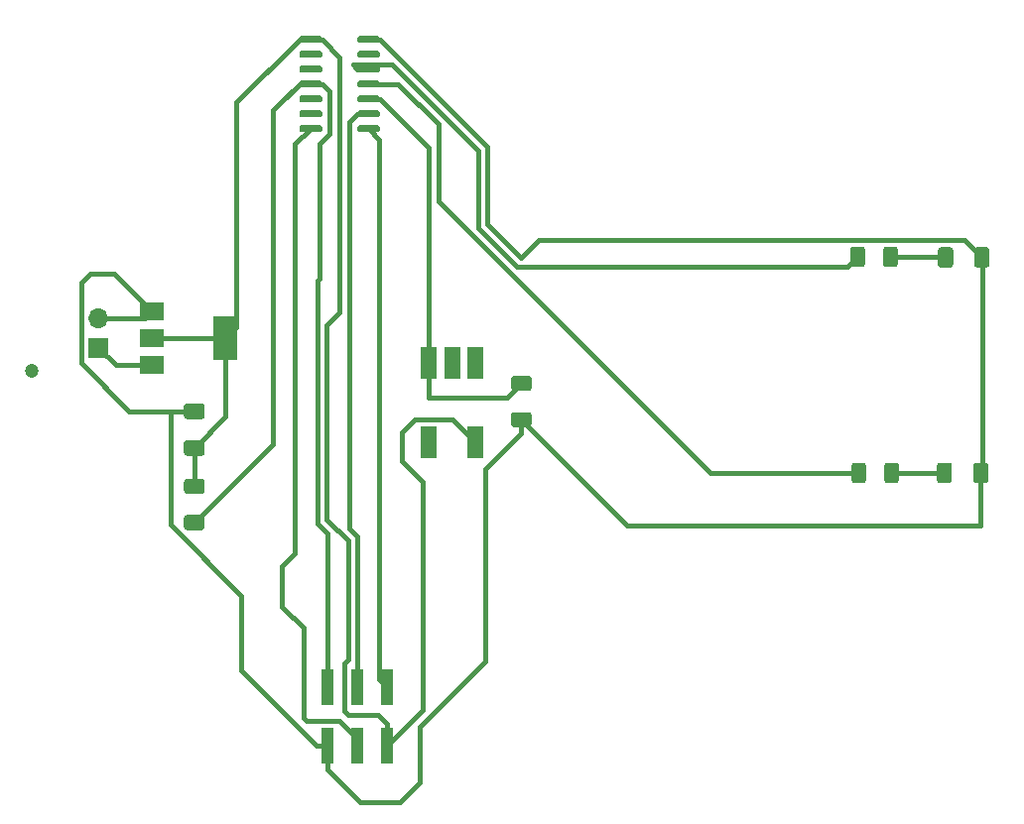
<source format=gbr>
%TF.GenerationSoftware,KiCad,Pcbnew,(5.1.9-0-10_14)*%
%TF.CreationDate,2021-11-15T11:24:55-08:00*%
%TF.ProjectId,trustno1-board,74727573-746e-46f3-912d-626f6172642e,rev?*%
%TF.SameCoordinates,Original*%
%TF.FileFunction,Copper,L1,Top*%
%TF.FilePolarity,Positive*%
%FSLAX46Y46*%
G04 Gerber Fmt 4.6, Leading zero omitted, Abs format (unit mm)*
G04 Created by KiCad (PCBNEW (5.1.9-0-10_14)) date 2021-11-15 11:24:55*
%MOMM*%
%LPD*%
G01*
G04 APERTURE LIST*
%TA.AperFunction,ComponentPad*%
%ADD10R,1.700000X1.700000*%
%TD*%
%TA.AperFunction,ComponentPad*%
%ADD11O,1.700000X1.700000*%
%TD*%
%TA.AperFunction,SMDPad,CuDef*%
%ADD12R,1.400000X2.750000*%
%TD*%
%TA.AperFunction,SMDPad,CuDef*%
%ADD13R,1.000000X3.150000*%
%TD*%
%TA.AperFunction,SMDPad,CuDef*%
%ADD14R,2.000000X3.800000*%
%TD*%
%TA.AperFunction,SMDPad,CuDef*%
%ADD15R,2.000000X1.500000*%
%TD*%
%TA.AperFunction,ViaPad*%
%ADD16C,1.200000*%
%TD*%
%TA.AperFunction,Conductor*%
%ADD17C,0.400000*%
%TD*%
G04 APERTURE END LIST*
%TO.P,D1,2*%
%TO.N,Net-(D1-Pad2)*%
%TA.AperFunction,SMDPad,CuDef*%
G36*
G01*
X177225000Y-47625000D02*
X177225000Y-48875000D01*
G75*
G02*
X176975000Y-49125000I-250000J0D01*
G01*
X176225000Y-49125000D01*
G75*
G02*
X175975000Y-48875000I0J250000D01*
G01*
X175975000Y-47625000D01*
G75*
G02*
X176225000Y-47375000I250000J0D01*
G01*
X176975000Y-47375000D01*
G75*
G02*
X177225000Y-47625000I0J-250000D01*
G01*
G37*
%TD.AperFunction*%
%TO.P,D1,1*%
%TO.N,Net-(D1-Pad1)*%
%TA.AperFunction,SMDPad,CuDef*%
G36*
G01*
X180025000Y-47625000D02*
X180025000Y-48875000D01*
G75*
G02*
X179775000Y-49125000I-250000J0D01*
G01*
X179025000Y-49125000D01*
G75*
G02*
X178775000Y-48875000I0J250000D01*
G01*
X178775000Y-47625000D01*
G75*
G02*
X179025000Y-47375000I250000J0D01*
G01*
X179775000Y-47375000D01*
G75*
G02*
X180025000Y-47625000I0J-250000D01*
G01*
G37*
%TD.AperFunction*%
%TD*%
%TO.P,D2,1*%
%TO.N,Net-(D2-Pad1)*%
%TA.AperFunction,SMDPad,CuDef*%
G36*
G01*
X180125000Y-66075000D02*
X180125000Y-67325000D01*
G75*
G02*
X179875000Y-67575000I-250000J0D01*
G01*
X179125000Y-67575000D01*
G75*
G02*
X178875000Y-67325000I0J250000D01*
G01*
X178875000Y-66075000D01*
G75*
G02*
X179125000Y-65825000I250000J0D01*
G01*
X179875000Y-65825000D01*
G75*
G02*
X180125000Y-66075000I0J-250000D01*
G01*
G37*
%TD.AperFunction*%
%TO.P,D2,2*%
%TO.N,Net-(D2-Pad2)*%
%TA.AperFunction,SMDPad,CuDef*%
G36*
G01*
X177325000Y-66075000D02*
X177325000Y-67325000D01*
G75*
G02*
X177075000Y-67575000I-250000J0D01*
G01*
X176325000Y-67575000D01*
G75*
G02*
X176075000Y-67325000I0J250000D01*
G01*
X176075000Y-66075000D01*
G75*
G02*
X176325000Y-65825000I250000J0D01*
G01*
X177075000Y-65825000D01*
G75*
G02*
X177325000Y-66075000I0J-250000D01*
G01*
G37*
%TD.AperFunction*%
%TD*%
D10*
%TO.P,J1,1*%
%TO.N,+9V*%
X111800000Y-56000000D03*
D11*
%TO.P,J1,2*%
%TO.N,GND*%
X111800000Y-53460000D03*
%TD*%
%TO.P,R2,1*%
%TO.N,GND*%
%TA.AperFunction,SMDPad,CuDef*%
G36*
G01*
X187850000Y-47674999D02*
X187850000Y-48925001D01*
G75*
G02*
X187600001Y-49175000I-249999J0D01*
G01*
X186799999Y-49175000D01*
G75*
G02*
X186550000Y-48925001I0J249999D01*
G01*
X186550000Y-47674999D01*
G75*
G02*
X186799999Y-47425000I249999J0D01*
G01*
X187600001Y-47425000D01*
G75*
G02*
X187850000Y-47674999I0J-249999D01*
G01*
G37*
%TD.AperFunction*%
%TO.P,R2,2*%
%TO.N,Net-(D1-Pad1)*%
%TA.AperFunction,SMDPad,CuDef*%
G36*
G01*
X184750000Y-47674999D02*
X184750000Y-48925001D01*
G75*
G02*
X184500001Y-49175000I-249999J0D01*
G01*
X183699999Y-49175000D01*
G75*
G02*
X183450000Y-48925001I0J249999D01*
G01*
X183450000Y-47674999D01*
G75*
G02*
X183699999Y-47425000I249999J0D01*
G01*
X184500001Y-47425000D01*
G75*
G02*
X184750000Y-47674999I0J-249999D01*
G01*
G37*
%TD.AperFunction*%
%TD*%
%TO.P,R3,2*%
%TO.N,Net-(D2-Pad1)*%
%TA.AperFunction,SMDPad,CuDef*%
G36*
G01*
X184650000Y-66074999D02*
X184650000Y-67325001D01*
G75*
G02*
X184400001Y-67575000I-249999J0D01*
G01*
X183599999Y-67575000D01*
G75*
G02*
X183350000Y-67325001I0J249999D01*
G01*
X183350000Y-66074999D01*
G75*
G02*
X183599999Y-65825000I249999J0D01*
G01*
X184400001Y-65825000D01*
G75*
G02*
X184650000Y-66074999I0J-249999D01*
G01*
G37*
%TD.AperFunction*%
%TO.P,R3,1*%
%TO.N,GND*%
%TA.AperFunction,SMDPad,CuDef*%
G36*
G01*
X187750000Y-66074999D02*
X187750000Y-67325001D01*
G75*
G02*
X187500001Y-67575000I-249999J0D01*
G01*
X186699999Y-67575000D01*
G75*
G02*
X186450000Y-67325001I0J249999D01*
G01*
X186450000Y-66074999D01*
G75*
G02*
X186699999Y-65825000I249999J0D01*
G01*
X187500001Y-65825000D01*
G75*
G02*
X187750000Y-66074999I0J-249999D01*
G01*
G37*
%TD.AperFunction*%
%TD*%
%TO.P,R4,2*%
%TO.N,Net-(R4-Pad2)*%
%TA.AperFunction,SMDPad,CuDef*%
G36*
G01*
X148525001Y-59700000D02*
X147274999Y-59700000D01*
G75*
G02*
X147025000Y-59450001I0J249999D01*
G01*
X147025000Y-58649999D01*
G75*
G02*
X147274999Y-58400000I249999J0D01*
G01*
X148525001Y-58400000D01*
G75*
G02*
X148775000Y-58649999I0J-249999D01*
G01*
X148775000Y-59450001D01*
G75*
G02*
X148525001Y-59700000I-249999J0D01*
G01*
G37*
%TD.AperFunction*%
%TO.P,R4,1*%
%TO.N,GND*%
%TA.AperFunction,SMDPad,CuDef*%
G36*
G01*
X148525001Y-62800000D02*
X147274999Y-62800000D01*
G75*
G02*
X147025000Y-62550001I0J249999D01*
G01*
X147025000Y-61749999D01*
G75*
G02*
X147274999Y-61500000I249999J0D01*
G01*
X148525001Y-61500000D01*
G75*
G02*
X148775000Y-61749999I0J-249999D01*
G01*
X148775000Y-62550001D01*
G75*
G02*
X148525001Y-62800000I-249999J0D01*
G01*
G37*
%TD.AperFunction*%
%TD*%
D12*
%TO.P,SW1,1*%
%TO.N,Net-(SW1-Pad1)*%
X144000000Y-57325000D03*
%TO.P,SW1,5*%
%TO.N,N/C*%
X142000000Y-57325000D03*
%TO.P,SW1,3*%
%TO.N,Net-(R4-Pad2)*%
X140000000Y-57325000D03*
%TO.P,SW1,2*%
%TO.N,VCC*%
X144000000Y-64075000D03*
%TO.P,SW1,4*%
%TO.N,Net-(SW1-Pad4)*%
X140000000Y-64075000D03*
%TD*%
%TO.P,U2,1*%
%TO.N,VCC*%
%TA.AperFunction,SMDPad,CuDef*%
G36*
G01*
X128950000Y-29840000D02*
X128950000Y-29540000D01*
G75*
G02*
X129100000Y-29390000I150000J0D01*
G01*
X130750000Y-29390000D01*
G75*
G02*
X130900000Y-29540000I0J-150000D01*
G01*
X130900000Y-29840000D01*
G75*
G02*
X130750000Y-29990000I-150000J0D01*
G01*
X129100000Y-29990000D01*
G75*
G02*
X128950000Y-29840000I0J150000D01*
G01*
G37*
%TD.AperFunction*%
%TO.P,U2,2*%
%TO.N,Net-(U2-Pad2)*%
%TA.AperFunction,SMDPad,CuDef*%
G36*
G01*
X128950000Y-31110000D02*
X128950000Y-30810000D01*
G75*
G02*
X129100000Y-30660000I150000J0D01*
G01*
X130750000Y-30660000D01*
G75*
G02*
X130900000Y-30810000I0J-150000D01*
G01*
X130900000Y-31110000D01*
G75*
G02*
X130750000Y-31260000I-150000J0D01*
G01*
X129100000Y-31260000D01*
G75*
G02*
X128950000Y-31110000I0J150000D01*
G01*
G37*
%TD.AperFunction*%
%TO.P,U2,3*%
%TO.N,Net-(U2-Pad3)*%
%TA.AperFunction,SMDPad,CuDef*%
G36*
G01*
X128950000Y-32380000D02*
X128950000Y-32080000D01*
G75*
G02*
X129100000Y-31930000I150000J0D01*
G01*
X130750000Y-31930000D01*
G75*
G02*
X130900000Y-32080000I0J-150000D01*
G01*
X130900000Y-32380000D01*
G75*
G02*
X130750000Y-32530000I-150000J0D01*
G01*
X129100000Y-32530000D01*
G75*
G02*
X128950000Y-32380000I0J150000D01*
G01*
G37*
%TD.AperFunction*%
%TO.P,U2,4*%
%TO.N,/RESET*%
%TA.AperFunction,SMDPad,CuDef*%
G36*
G01*
X128950000Y-33650000D02*
X128950000Y-33350000D01*
G75*
G02*
X129100000Y-33200000I150000J0D01*
G01*
X130750000Y-33200000D01*
G75*
G02*
X130900000Y-33350000I0J-150000D01*
G01*
X130900000Y-33650000D01*
G75*
G02*
X130750000Y-33800000I-150000J0D01*
G01*
X129100000Y-33800000D01*
G75*
G02*
X128950000Y-33650000I0J150000D01*
G01*
G37*
%TD.AperFunction*%
%TO.P,U2,5*%
%TO.N,Net-(U2-Pad5)*%
%TA.AperFunction,SMDPad,CuDef*%
G36*
G01*
X128950000Y-34920000D02*
X128950000Y-34620000D01*
G75*
G02*
X129100000Y-34470000I150000J0D01*
G01*
X130750000Y-34470000D01*
G75*
G02*
X130900000Y-34620000I0J-150000D01*
G01*
X130900000Y-34920000D01*
G75*
G02*
X130750000Y-35070000I-150000J0D01*
G01*
X129100000Y-35070000D01*
G75*
G02*
X128950000Y-34920000I0J150000D01*
G01*
G37*
%TD.AperFunction*%
%TO.P,U2,6*%
%TO.N,Net-(U2-Pad6)*%
%TA.AperFunction,SMDPad,CuDef*%
G36*
G01*
X128950000Y-36190000D02*
X128950000Y-35890000D01*
G75*
G02*
X129100000Y-35740000I150000J0D01*
G01*
X130750000Y-35740000D01*
G75*
G02*
X130900000Y-35890000I0J-150000D01*
G01*
X130900000Y-36190000D01*
G75*
G02*
X130750000Y-36340000I-150000J0D01*
G01*
X129100000Y-36340000D01*
G75*
G02*
X128950000Y-36190000I0J150000D01*
G01*
G37*
%TD.AperFunction*%
%TO.P,U2,7*%
%TO.N,/MOSI*%
%TA.AperFunction,SMDPad,CuDef*%
G36*
G01*
X128950000Y-37460000D02*
X128950000Y-37160000D01*
G75*
G02*
X129100000Y-37010000I150000J0D01*
G01*
X130750000Y-37010000D01*
G75*
G02*
X130900000Y-37160000I0J-150000D01*
G01*
X130900000Y-37460000D01*
G75*
G02*
X130750000Y-37610000I-150000J0D01*
G01*
X129100000Y-37610000D01*
G75*
G02*
X128950000Y-37460000I0J150000D01*
G01*
G37*
%TD.AperFunction*%
%TO.P,U2,8*%
%TO.N,/MISO*%
%TA.AperFunction,SMDPad,CuDef*%
G36*
G01*
X133900000Y-37460000D02*
X133900000Y-37160000D01*
G75*
G02*
X134050000Y-37010000I150000J0D01*
G01*
X135700000Y-37010000D01*
G75*
G02*
X135850000Y-37160000I0J-150000D01*
G01*
X135850000Y-37460000D01*
G75*
G02*
X135700000Y-37610000I-150000J0D01*
G01*
X134050000Y-37610000D01*
G75*
G02*
X133900000Y-37460000I0J150000D01*
G01*
G37*
%TD.AperFunction*%
%TO.P,U2,9*%
%TO.N,/SCK*%
%TA.AperFunction,SMDPad,CuDef*%
G36*
G01*
X133900000Y-36190000D02*
X133900000Y-35890000D01*
G75*
G02*
X134050000Y-35740000I150000J0D01*
G01*
X135700000Y-35740000D01*
G75*
G02*
X135850000Y-35890000I0J-150000D01*
G01*
X135850000Y-36190000D01*
G75*
G02*
X135700000Y-36340000I-150000J0D01*
G01*
X134050000Y-36340000D01*
G75*
G02*
X133900000Y-36190000I0J150000D01*
G01*
G37*
%TD.AperFunction*%
%TO.P,U2,10*%
%TO.N,Net-(R4-Pad2)*%
%TA.AperFunction,SMDPad,CuDef*%
G36*
G01*
X133900000Y-34920000D02*
X133900000Y-34620000D01*
G75*
G02*
X134050000Y-34470000I150000J0D01*
G01*
X135700000Y-34470000D01*
G75*
G02*
X135850000Y-34620000I0J-150000D01*
G01*
X135850000Y-34920000D01*
G75*
G02*
X135700000Y-35070000I-150000J0D01*
G01*
X134050000Y-35070000D01*
G75*
G02*
X133900000Y-34920000I0J150000D01*
G01*
G37*
%TD.AperFunction*%
%TO.P,U2,11*%
%TO.N,Net-(D2-Pad2)*%
%TA.AperFunction,SMDPad,CuDef*%
G36*
G01*
X133900000Y-33650000D02*
X133900000Y-33350000D01*
G75*
G02*
X134050000Y-33200000I150000J0D01*
G01*
X135700000Y-33200000D01*
G75*
G02*
X135850000Y-33350000I0J-150000D01*
G01*
X135850000Y-33650000D01*
G75*
G02*
X135700000Y-33800000I-150000J0D01*
G01*
X134050000Y-33800000D01*
G75*
G02*
X133900000Y-33650000I0J150000D01*
G01*
G37*
%TD.AperFunction*%
%TO.P,U2,12*%
%TO.N,Net-(D1-Pad2)*%
%TA.AperFunction,SMDPad,CuDef*%
G36*
G01*
X133900000Y-32380000D02*
X133900000Y-32080000D01*
G75*
G02*
X134050000Y-31930000I150000J0D01*
G01*
X135700000Y-31930000D01*
G75*
G02*
X135850000Y-32080000I0J-150000D01*
G01*
X135850000Y-32380000D01*
G75*
G02*
X135700000Y-32530000I-150000J0D01*
G01*
X134050000Y-32530000D01*
G75*
G02*
X133900000Y-32380000I0J150000D01*
G01*
G37*
%TD.AperFunction*%
%TO.P,U2,13*%
%TO.N,Net-(U2-Pad13)*%
%TA.AperFunction,SMDPad,CuDef*%
G36*
G01*
X133900000Y-31110000D02*
X133900000Y-30810000D01*
G75*
G02*
X134050000Y-30660000I150000J0D01*
G01*
X135700000Y-30660000D01*
G75*
G02*
X135850000Y-30810000I0J-150000D01*
G01*
X135850000Y-31110000D01*
G75*
G02*
X135700000Y-31260000I-150000J0D01*
G01*
X134050000Y-31260000D01*
G75*
G02*
X133900000Y-31110000I0J150000D01*
G01*
G37*
%TD.AperFunction*%
%TO.P,U2,14*%
%TO.N,GND*%
%TA.AperFunction,SMDPad,CuDef*%
G36*
G01*
X133900000Y-29840000D02*
X133900000Y-29540000D01*
G75*
G02*
X134050000Y-29390000I150000J0D01*
G01*
X135700000Y-29390000D01*
G75*
G02*
X135850000Y-29540000I0J-150000D01*
G01*
X135850000Y-29840000D01*
G75*
G02*
X135700000Y-29990000I-150000J0D01*
G01*
X134050000Y-29990000D01*
G75*
G02*
X133900000Y-29840000I0J150000D01*
G01*
G37*
%TD.AperFunction*%
%TD*%
D13*
%TO.P,J2,1*%
%TO.N,/MISO*%
X136440000Y-84975000D03*
%TO.P,J2,2*%
%TO.N,VCC*%
X136440000Y-90025000D03*
%TO.P,J2,3*%
%TO.N,/SCK*%
X133900000Y-84975000D03*
%TO.P,J2,4*%
%TO.N,/MOSI*%
X133900000Y-90025000D03*
%TO.P,J2,5*%
%TO.N,/RESET*%
X131360000Y-84975000D03*
%TO.P,J2,6*%
%TO.N,GND*%
X131360000Y-90025000D03*
%TD*%
%TO.P,C1,1*%
%TO.N,VCC*%
%TA.AperFunction,SMDPad,CuDef*%
G36*
G01*
X120650001Y-65225000D02*
X119349999Y-65225000D01*
G75*
G02*
X119100000Y-64975001I0J249999D01*
G01*
X119100000Y-64149999D01*
G75*
G02*
X119349999Y-63900000I249999J0D01*
G01*
X120650001Y-63900000D01*
G75*
G02*
X120900000Y-64149999I0J-249999D01*
G01*
X120900000Y-64975001D01*
G75*
G02*
X120650001Y-65225000I-249999J0D01*
G01*
G37*
%TD.AperFunction*%
%TO.P,C1,2*%
%TO.N,GND*%
%TA.AperFunction,SMDPad,CuDef*%
G36*
G01*
X120650001Y-62100000D02*
X119349999Y-62100000D01*
G75*
G02*
X119100000Y-61850001I0J249999D01*
G01*
X119100000Y-61024999D01*
G75*
G02*
X119349999Y-60775000I249999J0D01*
G01*
X120650001Y-60775000D01*
G75*
G02*
X120900000Y-61024999I0J-249999D01*
G01*
X120900000Y-61850001D01*
G75*
G02*
X120650001Y-62100000I-249999J0D01*
G01*
G37*
%TD.AperFunction*%
%TD*%
%TO.P,R1,1*%
%TO.N,VCC*%
%TA.AperFunction,SMDPad,CuDef*%
G36*
G01*
X119375000Y-67200000D02*
X120625000Y-67200000D01*
G75*
G02*
X120875000Y-67450000I0J-250000D01*
G01*
X120875000Y-68250000D01*
G75*
G02*
X120625000Y-68500000I-250000J0D01*
G01*
X119375000Y-68500000D01*
G75*
G02*
X119125000Y-68250000I0J250000D01*
G01*
X119125000Y-67450000D01*
G75*
G02*
X119375000Y-67200000I250000J0D01*
G01*
G37*
%TD.AperFunction*%
%TO.P,R1,2*%
%TO.N,/RESET*%
%TA.AperFunction,SMDPad,CuDef*%
G36*
G01*
X119375000Y-70300000D02*
X120625000Y-70300000D01*
G75*
G02*
X120875000Y-70550000I0J-250000D01*
G01*
X120875000Y-71350000D01*
G75*
G02*
X120625000Y-71600000I-250000J0D01*
G01*
X119375000Y-71600000D01*
G75*
G02*
X119125000Y-71350000I0J250000D01*
G01*
X119125000Y-70550000D01*
G75*
G02*
X119375000Y-70300000I250000J0D01*
G01*
G37*
%TD.AperFunction*%
%TD*%
D14*
%TO.P,U1,2*%
%TO.N,VCC*%
X122650000Y-55200000D03*
D15*
X116350000Y-55200000D03*
%TO.P,U1,3*%
%TO.N,+9V*%
X116350000Y-57500000D03*
%TO.P,U1,1*%
%TO.N,GND*%
X116350000Y-52900000D03*
%TD*%
D16*
%TO.N,*%
X106100000Y-58000000D03*
%TD*%
D17*
%TO.N,VCC*%
X136440000Y-90025000D02*
X139500000Y-86965000D01*
X142024999Y-62099999D02*
X144000000Y-64075000D01*
X137700000Y-63219998D02*
X138819999Y-62099999D01*
X138819999Y-62099999D02*
X142024999Y-62099999D01*
X137700000Y-65665000D02*
X137700000Y-63219998D01*
X139500000Y-67465000D02*
X137700000Y-65665000D01*
X139500000Y-86965000D02*
X139500000Y-67465000D01*
X130900000Y-29690000D02*
X129925000Y-29690000D01*
X131300000Y-54100000D02*
X132400000Y-53000000D01*
X131300000Y-70690000D02*
X131300000Y-54100000D01*
X136440000Y-88140000D02*
X135700000Y-87400000D01*
X132400000Y-53000000D02*
X132400000Y-31190000D01*
X133100000Y-72490000D02*
X131300000Y-70690000D01*
X132400000Y-31190000D02*
X130900000Y-29690000D01*
X132799999Y-87030001D02*
X132799999Y-82919999D01*
X135700000Y-87400000D02*
X133169998Y-87400000D01*
X133169998Y-87400000D02*
X132799999Y-87030001D01*
X133100000Y-82619998D02*
X133100000Y-72490000D01*
X132799999Y-82919999D02*
X133100000Y-82619998D01*
X136440000Y-90025000D02*
X136440000Y-88140000D01*
X129159324Y-29690000D02*
X129925000Y-29690000D01*
X120000000Y-64562500D02*
X120000000Y-67850000D01*
X122650000Y-61912500D02*
X122650000Y-55200000D01*
X120000000Y-64562500D02*
X122650000Y-61912500D01*
X123591256Y-54258744D02*
X122650000Y-55200000D01*
X128950000Y-29690000D02*
X123591256Y-35048744D01*
X123591256Y-35048744D02*
X123591256Y-54258744D01*
X129925000Y-29690000D02*
X128950000Y-29690000D01*
X116350000Y-55200000D02*
X122650000Y-55200000D01*
%TO.N,GND*%
X187200000Y-48300000D02*
X187200000Y-51900000D01*
X187200000Y-66600000D02*
X187100000Y-66700000D01*
X187200000Y-48300000D02*
X187200000Y-66600000D01*
X187100000Y-66700000D02*
X187100000Y-71200000D01*
X156950000Y-71200000D02*
X147900000Y-62150000D01*
X187100000Y-71200000D02*
X156950000Y-71200000D01*
X131360000Y-92000000D02*
X131360000Y-90025000D01*
X134160000Y-94800000D02*
X131360000Y-92000000D01*
X137500000Y-94800000D02*
X134160000Y-94800000D01*
X139200000Y-93100000D02*
X137500000Y-94800000D01*
X144830002Y-82766382D02*
X139200000Y-88396384D01*
X147900000Y-63330002D02*
X144830002Y-66400000D01*
X139200000Y-88396384D02*
X139200000Y-93100000D01*
X144830002Y-66400000D02*
X144830002Y-82766382D01*
X147900000Y-62150000D02*
X147900000Y-63330002D01*
X175872912Y-46774990D02*
X185674990Y-46774990D01*
X135850000Y-29690000D02*
X145000000Y-38840000D01*
X134875000Y-29690000D02*
X135850000Y-29690000D01*
X145000000Y-45419605D02*
X147880395Y-48300000D01*
X145000000Y-38840000D02*
X145000000Y-45419605D01*
X149405405Y-46774990D02*
X185674990Y-46774990D01*
X185674990Y-46774990D02*
X187200000Y-48300000D01*
X147880395Y-48300000D02*
X149405405Y-46774990D01*
X115790000Y-53460000D02*
X116350000Y-52900000D01*
X111800000Y-53460000D02*
X115790000Y-53460000D01*
X123994705Y-77171803D02*
X117950001Y-71127099D01*
X116880002Y-52900000D02*
X116350000Y-52900000D01*
X123994705Y-83559705D02*
X123994705Y-77171803D01*
X130460000Y-90025000D02*
X123994705Y-83559705D01*
X131360000Y-90025000D02*
X130460000Y-90025000D01*
X117962502Y-61437500D02*
X117950001Y-61450001D01*
X120000000Y-61437500D02*
X117962502Y-61437500D01*
X117950001Y-71127099D02*
X117950001Y-61450001D01*
X114457498Y-61437500D02*
X110349999Y-57330001D01*
X110349999Y-57330001D02*
X110349999Y-50450001D01*
X117962502Y-61437500D02*
X114457498Y-61437500D01*
X110349999Y-50450001D02*
X111100000Y-49700000D01*
X113150000Y-49700000D02*
X116350000Y-52900000D01*
X111100000Y-49700000D02*
X113150000Y-49700000D01*
%TO.N,Net-(D1-Pad2)*%
X147549019Y-49100008D02*
X175749992Y-49100008D01*
X144199990Y-45750979D02*
X147549019Y-49100008D01*
X144199990Y-39171374D02*
X144199990Y-45750979D01*
X136888626Y-31860010D02*
X144199990Y-39171374D01*
X133530010Y-31860010D02*
X136888626Y-31860010D01*
X175749992Y-49100008D02*
X176600000Y-48250000D01*
X133900000Y-32230000D02*
X133530010Y-31860010D01*
X134875000Y-32230000D02*
X133900000Y-32230000D01*
%TO.N,Net-(D1-Pad1)*%
X184050000Y-48250000D02*
X184100000Y-48300000D01*
X179400000Y-48250000D02*
X184050000Y-48250000D01*
%TO.N,Net-(D2-Pad1)*%
X179500000Y-66700000D02*
X184000000Y-66700000D01*
%TO.N,Net-(D2-Pad2)*%
X140800010Y-43482383D02*
X164017627Y-66700000D01*
X140800010Y-36902778D02*
X140800010Y-43482383D01*
X137397232Y-33500000D02*
X140800010Y-36902778D01*
X164017627Y-66700000D02*
X176700000Y-66700000D01*
X134875000Y-33500000D02*
X137397232Y-33500000D01*
%TO.N,+9V*%
X113300000Y-57500000D02*
X116350000Y-57500000D01*
X111800000Y-56000000D02*
X113300000Y-57500000D01*
%TO.N,/MISO*%
X135800008Y-84335008D02*
X136440000Y-84975000D01*
X135800008Y-38235008D02*
X135800008Y-84335008D01*
X134875000Y-37310000D02*
X135800008Y-38235008D01*
%TO.N,/SCK*%
X133900000Y-84975000D02*
X133900000Y-72158616D01*
X133200000Y-71458616D02*
X133900000Y-72158616D01*
X133200000Y-36740000D02*
X133200000Y-71458616D01*
X133900000Y-36040000D02*
X133200000Y-36740000D01*
X134875000Y-36040000D02*
X133900000Y-36040000D01*
%TO.N,/MOSI*%
X129300000Y-87599998D02*
X129550001Y-87849999D01*
X129300000Y-79935000D02*
X129300000Y-87599998D01*
X127500000Y-78135000D02*
X129300000Y-79935000D01*
X128600000Y-73600000D02*
X127500000Y-74700000D01*
X129925000Y-37310000D02*
X128600000Y-38635000D01*
X127500000Y-74700000D02*
X127500000Y-78135000D01*
X133900000Y-89400000D02*
X133900000Y-90025000D01*
X132349999Y-87849999D02*
X133900000Y-89400000D01*
X129550001Y-87849999D02*
X132349999Y-87849999D01*
X128600000Y-38635000D02*
X128600000Y-73600000D01*
%TO.N,/RESET*%
X130900000Y-33500000D02*
X129925000Y-33500000D01*
X131500010Y-34100010D02*
X130900000Y-33500000D01*
X131500010Y-37770666D02*
X131500010Y-34100010D01*
X131360000Y-84975000D02*
X131360000Y-71881384D01*
X130660000Y-38610676D02*
X131500010Y-37770666D01*
X130660000Y-38610676D02*
X130660000Y-50081384D01*
X127799990Y-34650010D02*
X128950000Y-33500000D01*
X131360000Y-71881384D02*
X131360000Y-79910676D01*
X130499992Y-71021376D02*
X131360000Y-71881384D01*
X130499992Y-50241392D02*
X130499992Y-71021376D01*
X130660000Y-50081384D02*
X130499992Y-50241392D01*
X128950000Y-33500000D02*
X126699990Y-35750010D01*
X129925000Y-33500000D02*
X128950000Y-33500000D01*
X126699990Y-64250010D02*
X120000000Y-70950000D01*
X126699990Y-35750010D02*
X126699990Y-64250010D01*
%TO.N,Net-(R4-Pad2)*%
X140000000Y-57325000D02*
X140000000Y-60300000D01*
X146650000Y-60300000D02*
X147900000Y-59050000D01*
X140000000Y-60300000D02*
X146650000Y-60300000D01*
X135850000Y-34770000D02*
X140000000Y-38920000D01*
X140000000Y-38920000D02*
X140000000Y-57325000D01*
X134875000Y-34770000D02*
X135850000Y-34770000D01*
%TD*%
M02*

</source>
